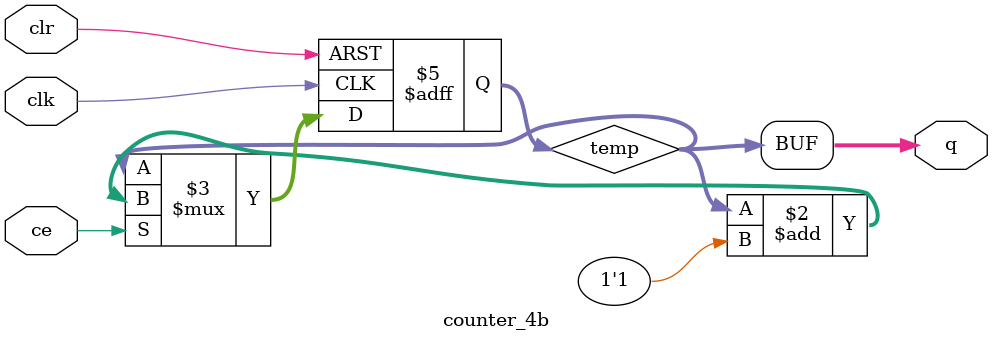
<source format=v>
module counter_4b(clk,clr,ce,q);
input clk,clr,ce;
output [3:0] q;
reg    [3:0] temp;

always @(posedge clk or posedge clr )
    begin
        if(clr)
            temp <= 4'b0000;
        else if(ce)
            temp <= temp + 1'b1;    
    end
        assign q = temp;
endmodule

</source>
